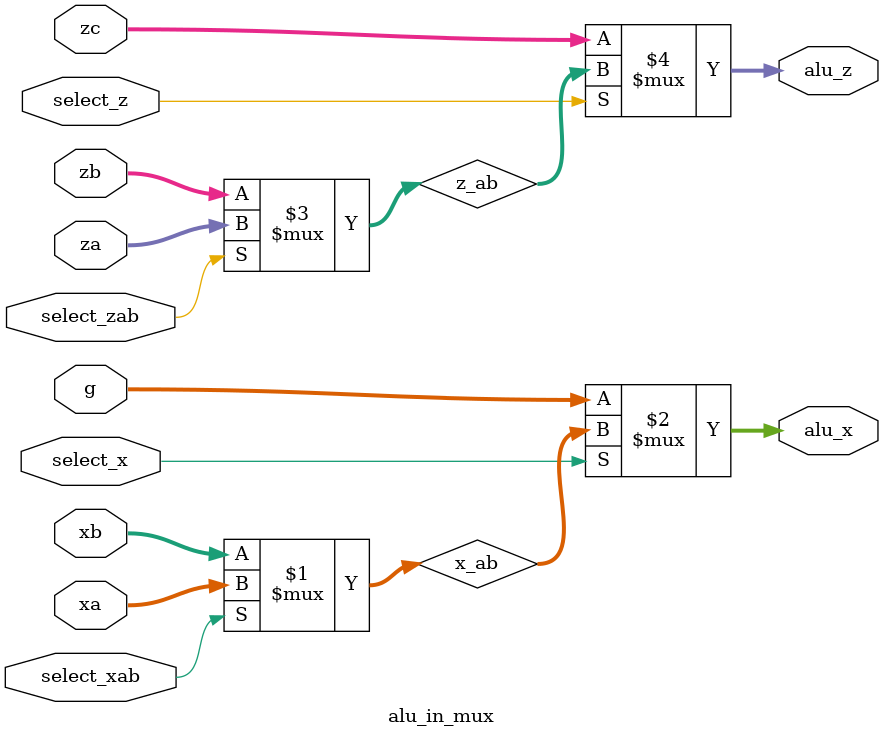
<source format=v>
/*******************************
module name : ALU INPUT MUX
author : wu cheng
describe: this module is designed for selecting operands for ALU module 
          as well as determining their sequence
version:1.1  
*********************************/
module alu_in_mux( 
               xa,
				   xb,
				   g,
			//	   c,
				   za,
				   zb,
				   zc,
				   select_x,
			      select_xab,
		//		   select_xcg,				   
			      select_z,
				   select_zab, 
					alu_x,
				   alu_z);
				  
				  

input     [162:0]    xa;
input     [162:0]    xb;
//input     [162:0]    c;
input     [162:0]    g;

input     [162:0]    za;
input     [162:0]    zb;
input     [162:0]    zc;

input                select_x;
input                select_xab;
//input                select_xcg;
input                select_z;
input                select_zab;

output  [162:0]    alu_x;
output  [162:0]    alu_z;


/*******************internal via *********************/
wire    [162:0]    x_ab;
wire    [162:0]    z_ab;
wire          select_x;
wire          select_z;
/*******************procedure ***************************/

        
assign x_ab[162:0] = select_xab ? xa[162:0] : xb[162:0];
//assign x_cg[162:0] = select_xcg ? c[162:0] : g[162:0];
assign alu_x[162:0] = select_x ? x_ab[162:0] : g[162:0];

assign z_ab[162:0] = select_zab ? za[162:0] : zb[162:0];
assign alu_z[162:0] = select_z ? z_ab[162:0] : zc[162:0];
  
endmodule

</source>
